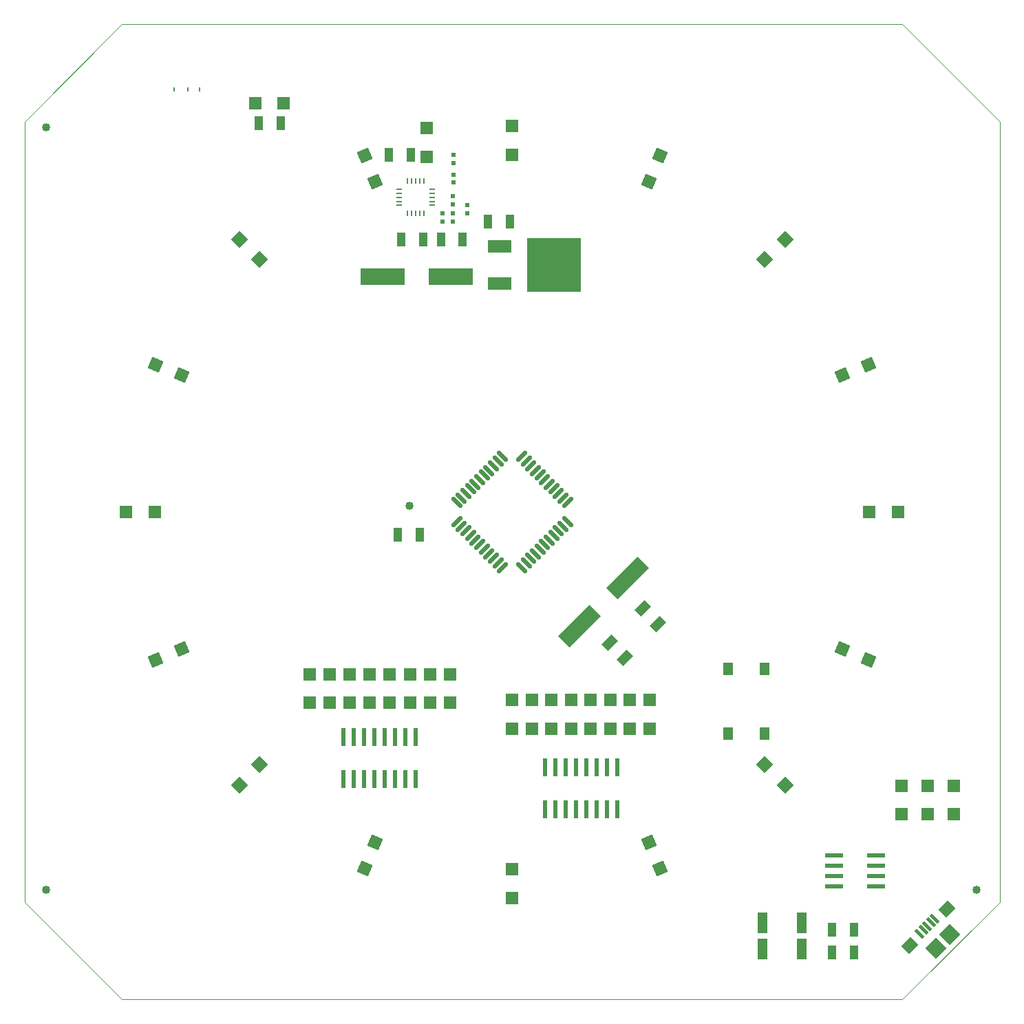
<source format=gtp>
%FSAX24Y24*%
%MOIN*%
G70*
G01*
G75*
G04 Layer_Color=8421504*
%ADD10P,0.0835X4X202.5*%
%ADD11P,0.0835X4X157.5*%
%ADD12R,0.0591X0.0591*%
%ADD13P,0.0835X4X112.5*%
%ADD14P,0.0835X4X90.0*%
%ADD15P,0.0835X4X382.5*%
%ADD16P,0.0835X4X360.0*%
%ADD17P,0.0835X4X292.5*%
%ADD18P,0.0835X4X247.5*%
%ADD19P,0.1058X4X90.0*%
G04:AMPARAMS|DCode=20|XSize=63mil|YSize=55.1mil|CornerRadius=0mil|HoleSize=0mil|Usage=FLASHONLY|Rotation=45.000|XOffset=0mil|YOffset=0mil|HoleType=Round|Shape=Rectangle|*
%AMROTATEDRECTD20*
4,1,4,-0.0028,-0.0418,-0.0418,-0.0028,0.0028,0.0418,0.0418,0.0028,-0.0028,-0.0418,0.0*
%
%ADD20ROTATEDRECTD20*%

G04:AMPARAMS|DCode=21|XSize=15.7mil|YSize=53.2mil|CornerRadius=0mil|HoleSize=0mil|Usage=FLASHONLY|Rotation=45.000|XOffset=0mil|YOffset=0mil|HoleType=Round|Shape=Rectangle|*
%AMROTATEDRECTD21*
4,1,4,0.0132,-0.0244,-0.0244,0.0132,-0.0132,0.0244,0.0244,-0.0132,0.0132,-0.0244,0.0*
%
%ADD21ROTATEDRECTD21*%

%ADD22P,0.0835X4X337.5*%
%ADD23R,0.0591X0.0591*%
%ADD24R,0.0433X0.0669*%
%ADD25R,0.0197X0.0236*%
G04:AMPARAMS|DCode=26|XSize=66.9mil|YSize=43.3mil|CornerRadius=0mil|HoleSize=0mil|Usage=FLASHONLY|Rotation=45.000|XOffset=0mil|YOffset=0mil|HoleType=Round|Shape=Rectangle|*
%AMROTATEDRECTD26*
4,1,4,-0.0084,-0.0390,-0.0390,-0.0084,0.0084,0.0390,0.0390,0.0084,-0.0084,-0.0390,0.0*
%
%ADD26ROTATEDRECTD26*%

G04:AMPARAMS|DCode=27|XSize=21.7mil|YSize=68.9mil|CornerRadius=0mil|HoleSize=0mil|Usage=FLASHONLY|Rotation=135.000|XOffset=0mil|YOffset=0mil|HoleType=Round|Shape=Round|*
%AMOVALD27*
21,1,0.0472,0.0217,0.0000,0.0000,225.0*
1,1,0.0217,0.0167,0.0167*
1,1,0.0217,-0.0167,-0.0167*
%
%ADD27OVALD27*%

G04:AMPARAMS|DCode=28|XSize=21.7mil|YSize=68.9mil|CornerRadius=0mil|HoleSize=0mil|Usage=FLASHONLY|Rotation=45.000|XOffset=0mil|YOffset=0mil|HoleType=Round|Shape=Round|*
%AMOVALD28*
21,1,0.0472,0.0217,0.0000,0.0000,135.0*
1,1,0.0217,0.0167,-0.0167*
1,1,0.0217,-0.0167,0.0167*
%
%ADD28OVALD28*%

%ADD29R,0.0512X0.0984*%
%ADD30P,0.0835X4X67.5*%
%ADD31R,0.0591X0.0591*%
%ADD32R,0.0512X0.0610*%
%ADD33R,0.0098X0.0276*%
%ADD34R,0.0276X0.0098*%
%ADD35R,0.0236X0.0866*%
%ADD36R,0.0866X0.0236*%
%ADD37R,0.1181X0.0630*%
%ADD38R,0.2638X0.2638*%
G04:AMPARAMS|DCode=39|XSize=216.5mil|YSize=78.7mil|CornerRadius=0mil|HoleSize=0mil|Usage=FLASHONLY|Rotation=225.000|XOffset=0mil|YOffset=0mil|HoleType=Round|Shape=Rectangle|*
%AMROTATEDRECTD39*
4,1,4,0.0487,0.1044,0.1044,0.0487,-0.0487,-0.1044,-0.1044,-0.0487,0.0487,0.1044,0.0*
%
%ADD39ROTATEDRECTD39*%

%ADD40R,0.2165X0.0787*%
%ADD41R,0.0079X0.0197*%
G04:AMPARAMS|DCode=42|XSize=40mil|YSize=40mil|CornerRadius=20mil|HoleSize=0mil|Usage=FLASHONLY|Rotation=0.000|XOffset=0mil|YOffset=0mil|HoleType=Round|Shape=RoundedRectangle|*
%AMROUNDEDRECTD42*
21,1,0.0400,0.0000,0,0,0.0*
21,1,0.0000,0.0400,0,0,0.0*
1,1,0.0400,0.0000,0.0000*
1,1,0.0400,0.0000,0.0000*
1,1,0.0400,0.0000,0.0000*
1,1,0.0400,0.0000,0.0000*
%
%ADD42ROUNDEDRECTD42*%
%ADD43C,0.0512*%
%ADD44C,0.0039*%
%ADD45C,0.0100*%
%ADD46C,0.0140*%
%ADD47C,0.0200*%
%ADD48C,0.0005*%
G04:AMPARAMS|DCode=49|XSize=35.4mil|YSize=63mil|CornerRadius=0mil|HoleSize=0mil|Usage=FLASHONLY|Rotation=45.000|XOffset=0mil|YOffset=0mil|HoleType=Round|Shape=Round|*
%AMOVALD49*
21,1,0.0276,0.0354,0.0000,0.0000,135.0*
1,1,0.0354,0.0097,-0.0097*
1,1,0.0354,-0.0097,0.0097*
%
%ADD49OVALD49*%

%ADD50R,0.0591X0.0591*%
%ADD51C,0.0591*%
%ADD52C,0.0551*%
%ADD53C,0.0800*%
%ADD54C,0.0200*%
%ADD55C,0.2894*%
%ADD56C,0.0000*%
%ADD57C,0.0098*%
%ADD58C,0.0236*%
%ADD59C,0.0079*%
%ADD60C,0.0040*%
%ADD61C,0.0080*%
D10*
X074363Y061265D02*
D03*
X075636Y060738D02*
D03*
D11*
X064995Y051897D02*
D03*
X065522Y050624D02*
D03*
D12*
X058370Y050579D02*
D03*
X058370Y049201D02*
D03*
X058370Y085201D02*
D03*
X058370Y086579D02*
D03*
X077220Y053251D02*
D03*
X077220Y054629D02*
D03*
X078500Y053251D02*
D03*
X078500Y054629D02*
D03*
X079780Y053251D02*
D03*
X079780Y054629D02*
D03*
D13*
X051745Y051897D02*
D03*
X051218Y050624D02*
D03*
D14*
X046129Y055649D02*
D03*
X045155Y054675D02*
D03*
X070611Y080131D02*
D03*
X071585Y081105D02*
D03*
D15*
X042377Y074515D02*
D03*
X041104Y075042D02*
D03*
D16*
X046129Y080131D02*
D03*
X045155Y081105D02*
D03*
X070611Y055649D02*
D03*
X071585Y054675D02*
D03*
D17*
X064995Y083883D02*
D03*
X065522Y085156D02*
D03*
D18*
X074363Y074515D02*
D03*
X075636Y075042D02*
D03*
D19*
X079554Y047424D02*
D03*
X078886Y046756D02*
D03*
D20*
X079429Y048663D02*
D03*
X077647Y046881D02*
D03*
D21*
X078475Y047835D02*
D03*
X078658Y048013D02*
D03*
X078839Y048194D02*
D03*
X078297Y047652D02*
D03*
X078116Y047471D02*
D03*
D22*
X051745Y083883D02*
D03*
X051218Y085156D02*
D03*
D23*
X054220Y085101D02*
D03*
X054220Y086479D02*
D03*
X055360Y060039D02*
D03*
X055360Y058661D02*
D03*
X054389Y060039D02*
D03*
X054389Y058661D02*
D03*
X053417Y060039D02*
D03*
X053417Y058661D02*
D03*
X052446Y060039D02*
D03*
X052446Y058661D02*
D03*
X051474Y060039D02*
D03*
X051474Y058661D02*
D03*
X050503Y060039D02*
D03*
X050503Y058661D02*
D03*
X049531Y060039D02*
D03*
X049531Y058661D02*
D03*
X048560Y060039D02*
D03*
X048560Y058661D02*
D03*
X064070Y058779D02*
D03*
X064070Y057401D02*
D03*
X063120Y058779D02*
D03*
X063120Y057401D02*
D03*
X062170Y058779D02*
D03*
Y057401D02*
D03*
X061220Y058779D02*
D03*
X061220Y057401D02*
D03*
X060270Y058779D02*
D03*
Y057401D02*
D03*
X059320Y058779D02*
D03*
X059320Y057401D02*
D03*
X058370Y058779D02*
D03*
X058370Y057401D02*
D03*
X065020Y058779D02*
D03*
X065020Y057401D02*
D03*
D24*
X074932Y046560D02*
D03*
X073868Y046560D02*
D03*
X074932Y047660D02*
D03*
X073868D02*
D03*
X052389Y085190D02*
D03*
X053451Y085190D02*
D03*
X058270Y081958D02*
D03*
X057207Y081958D02*
D03*
X052839Y066790D02*
D03*
X053902D02*
D03*
X046089Y086740D02*
D03*
X047151Y086740D02*
D03*
X053007Y081108D02*
D03*
X054070D02*
D03*
X054919Y081101D02*
D03*
X055982Y081101D02*
D03*
D25*
X055506Y082347D02*
D03*
X055506Y081953D02*
D03*
X055005Y082347D02*
D03*
X055005Y081953D02*
D03*
X055520Y084793D02*
D03*
Y085187D02*
D03*
Y084237D02*
D03*
Y083843D02*
D03*
X055506Y082803D02*
D03*
Y083197D02*
D03*
X056206Y082353D02*
D03*
X056206Y082747D02*
D03*
D26*
X063846Y060814D02*
D03*
X063094Y061566D02*
D03*
X065446Y062464D02*
D03*
X064694Y063216D02*
D03*
D27*
X055684Y067431D02*
D03*
X055906Y067208D02*
D03*
X056129Y066985D02*
D03*
X056352Y066763D02*
D03*
X056574Y066540D02*
D03*
X056797Y066317D02*
D03*
X057020Y066094D02*
D03*
X057243Y065872D02*
D03*
X057465Y065649D02*
D03*
X057688Y065426D02*
D03*
X057911Y065204D02*
D03*
X061056Y068349D02*
D03*
X060834Y068572D02*
D03*
X060611Y068795D02*
D03*
X060388Y069017D02*
D03*
X060166Y069240D02*
D03*
X059943Y069463D02*
D03*
X059720Y069686D02*
D03*
X059497Y069908D02*
D03*
X059275Y070131D02*
D03*
X059052Y070354D02*
D03*
X058829Y070576D02*
D03*
D28*
X058829Y065204D02*
D03*
X059052Y065426D02*
D03*
X059275Y065649D02*
D03*
X059497Y065872D02*
D03*
X059720Y066094D02*
D03*
X059943Y066317D02*
D03*
X060166Y066540D02*
D03*
X060388Y066763D02*
D03*
X060611Y066985D02*
D03*
X060834Y067208D02*
D03*
X061056Y067431D02*
D03*
X057911Y070576D02*
D03*
X057688Y070354D02*
D03*
X057465Y070131D02*
D03*
X057243Y069908D02*
D03*
X057020Y069686D02*
D03*
X056797Y069463D02*
D03*
X056574Y069240D02*
D03*
X056352Y069017D02*
D03*
X056129Y068795D02*
D03*
X055906Y068572D02*
D03*
X055684Y068349D02*
D03*
D29*
X070500Y047992D02*
D03*
Y046712D02*
D03*
X072400Y047992D02*
D03*
Y046712D02*
D03*
D30*
X042377Y061265D02*
D03*
X041104Y060738D02*
D03*
D31*
X041059Y067890D02*
D03*
X039681D02*
D03*
X075681D02*
D03*
X077059Y067890D02*
D03*
X045931Y087690D02*
D03*
X047309D02*
D03*
D32*
X070606Y057175D02*
D03*
Y060305D02*
D03*
X068834D02*
D03*
X068834Y057175D02*
D03*
D33*
X053896Y083925D02*
D03*
X053699Y083925D02*
D03*
X054093Y083925D02*
D03*
X053502Y083925D02*
D03*
X053306Y083925D02*
D03*
X054093Y082350D02*
D03*
X053896Y082350D02*
D03*
X053306Y082350D02*
D03*
X053699Y082350D02*
D03*
X053502Y082350D02*
D03*
D34*
X054487Y082940D02*
D03*
Y083137D02*
D03*
Y082744D02*
D03*
X054487Y083334D02*
D03*
X054487Y083531D02*
D03*
X052912Y082940D02*
D03*
X052912Y083137D02*
D03*
X052912Y082744D02*
D03*
X052912Y083334D02*
D03*
X052912Y083531D02*
D03*
D35*
X050210Y054953D02*
D03*
X050710D02*
D03*
X051210D02*
D03*
X051710Y054953D02*
D03*
X052210Y054953D02*
D03*
X052710D02*
D03*
X053210Y054953D02*
D03*
X053710D02*
D03*
X050210Y057000D02*
D03*
X050710Y057000D02*
D03*
X051210D02*
D03*
X051710Y057000D02*
D03*
X052210D02*
D03*
X052710Y057000D02*
D03*
X053210D02*
D03*
X053710Y057000D02*
D03*
X059970Y053476D02*
D03*
X060470Y053476D02*
D03*
X060970Y053476D02*
D03*
X061470Y053476D02*
D03*
X061970D02*
D03*
X062470Y053476D02*
D03*
X062970Y053476D02*
D03*
X063470Y053476D02*
D03*
X059970Y055523D02*
D03*
X060470D02*
D03*
X060970Y055523D02*
D03*
X061470Y055523D02*
D03*
X061970Y055523D02*
D03*
X062470D02*
D03*
X062970Y055523D02*
D03*
X063470Y055523D02*
D03*
D36*
X075997Y049760D02*
D03*
Y050260D02*
D03*
Y050760D02*
D03*
Y051260D02*
D03*
X073950D02*
D03*
Y050760D02*
D03*
Y050260D02*
D03*
Y049760D02*
D03*
D37*
X057771Y078953D02*
D03*
Y080764D02*
D03*
D38*
X060389Y079858D02*
D03*
D39*
X063970Y064690D02*
D03*
X061638Y062358D02*
D03*
D40*
X052095Y079299D02*
D03*
X055392Y079299D02*
D03*
D41*
X043241Y088362D02*
D03*
X042672Y088362D02*
D03*
X041983Y088362D02*
D03*
D42*
X035800Y086540D02*
D03*
Y049590D02*
D03*
X080850D02*
D03*
X053400Y068190D02*
D03*
D48*
X077270Y044276D02*
X081994Y049000D01*
X077270Y091520D02*
X081994Y086795D01*
X034750D02*
X039474Y091520D01*
X034750Y049000D02*
X039474Y044276D01*
X081994Y049000D02*
Y086795D01*
X039474Y044276D02*
X077270D01*
X034750Y049000D02*
Y086795D01*
X039474Y091520D02*
X077270D01*
M02*

</source>
